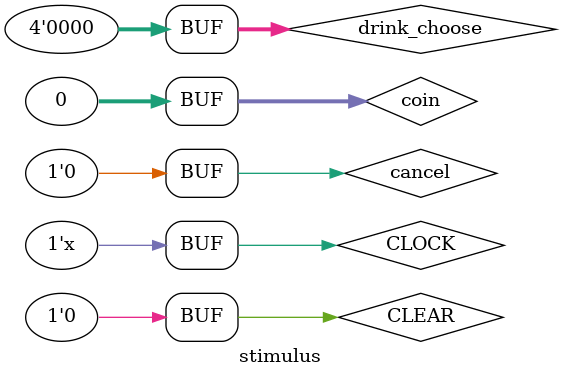
<source format=v>
module stimulus ;

wire [31:0] total_coin ;
wire [31:0] exchange_coin ;
wire [8*30:1] legal_choice ; 
wire [8*10:1] item ; 
wire [1:0] condition ; // 00 : information, 01 : out, 10 : exchange

reg [31:0] coin ;
reg [3:0] drink_choose ;
reg cancel ;
reg CLOCK, CLEAR ;

FSM fsm( total_coin, exchange_coin, legal_choice, item, condition,
         coin, drink_choose, cancel, CLOCK, CLEAR ) ;

always #5 CLOCK = ~CLOCK ;

initial begin

    CLOCK = 1'b1 ;
    CLEAR = 1'b1 ;
    cancel = 1'b0 ;

    #10 
    CLEAR = 1'b0 ;
    coin = 32'd10 ;
	
    #10 coin = 32'd5 ;
    #10 coin = 32'd1 ;
    #10 coin = 32'd10 ;
    #10 coin = 32'd0 ;
    #10 drink_choose = 4'd3 ;
    #10 drink_choose = 4'd0 ;

	#10 coin = 32'd1 ;
	#10 coin = 32'd5 ;
    #10 coin = 32'd10 ;
    #10 coin = 32'd10 ;
    #10 coin = 32'd0 ;
    #10 drink_choose = 4'd1 ;
    #10 drink_choose = 4'd0 ;
	
	#10 coin = 32'd50 ;
	#10 coin = 32'd10 ;
    #10 coin = 32'd5 ;
    #10 coin = 32'd1 ;
    #10 coin = 32'd0 ;
    #10 drink_choose = 4'd2 ;
    #10 drink_choose = 4'd0 ;
	
	#10 coin = 32'd10 ;
	#10 coin = 32'd10 ;
    #10 coin = 32'd1 ;
    #10 coin = 32'd50 ;
    #10 coin = 32'd0 ;
    #10 drink_choose = 4'd4 ;
    #10 drink_choose = 4'd0 ;
	
    #10 coin = 32'd5 ;
	#10 coin = 32'd10 ;
    #10 coin = 32'd0 ;
    #10 drink_choose = 4'd4 ; // not enough money 
    #10 drink_choose = 4'd0 ;
	
	#10 coin = 32'd1 ;
	#10 coin = 32'd5 ;	
	#10 
	cancel = 1'b1 ;
	#10
	cancel = 1'b0 ;
	coin = 32'd0 ;

	#10 coin = 32'd10 ;	
	#10 
	cancel = 1'b1 ;
	#10
	cancel = 1'b0 ;
	coin = 32'd0 ;

end

initial begin
	$monitor( $time, " coin %d,  total %d dollars,  %s", coin, total_coin, legal_choice ) ;
end

always @( condition ) begin
    if ( condition == 2'b01 ) begin
        $display( $time, " %s out", item ) ;
    end
    else if ( condition == 2'b10 ) begin
        $display( $time, " exchange %d dollars", exchange_coin ) ;
    end
end

endmodule 

</source>
